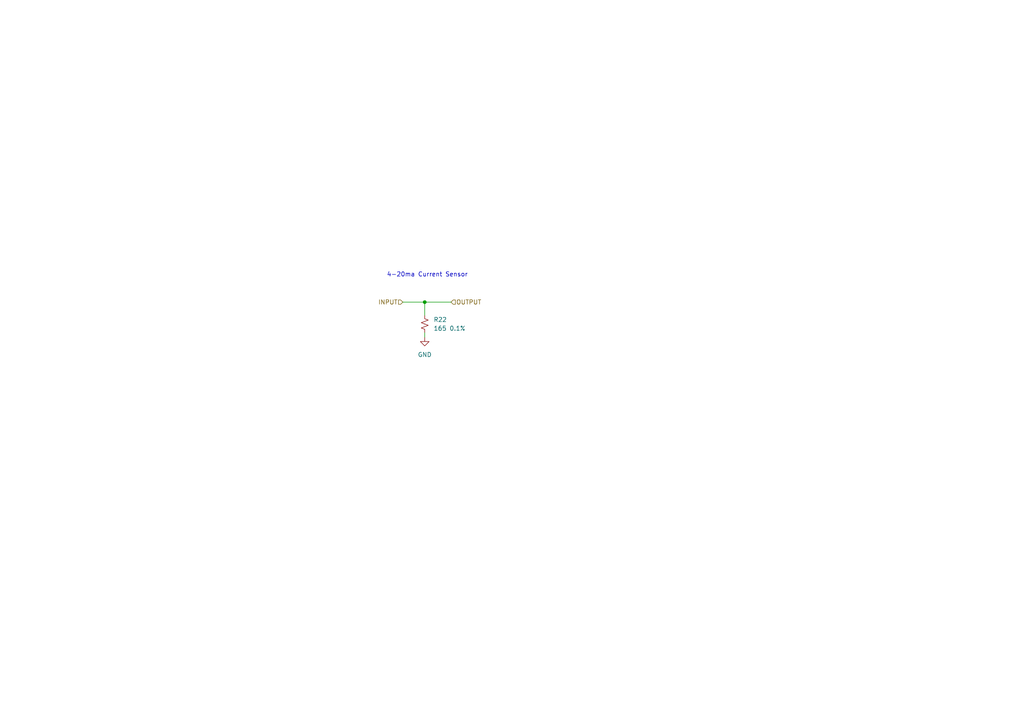
<source format=kicad_sch>
(kicad_sch (version 20231120) (generator "eeschema") (generator_version "8.0")
  (paper "A4")
  (lib_symbols
    (symbol "Device:R_Small_US" (pin_numbers hide) (pin_names (offset 0.254) hide)
      (property "Reference" "R" (at 0.762 0.508 0))
      (property "Value" "R_Small_US" (at 0.762 -1.016 0))
      (symbol "R_Small_US_1_1"
        (polyline (pts (xy 0 0) (xy 1.016 -0.381) (xy 0 -0.762) (xy -1.016 -1.143) (xy 0 -1.524)))
        (polyline (pts (xy 0 1.524) (xy 1.016 1.143) (xy 0 0.762) (xy -1.016 0.381) (xy 0 0)))
        (pin passive line (at 0 2.54 270) (length 1.016) (name "~") (number "1"))
        (pin passive line (at 0 -2.54 90) (length 1.016) (name "~") (number "2"))
      )
    )
    (symbol "power:GND" (power) (pin_numbers hide) (pin_names (offset 0) hide)
      (property "Value" "GND" (at 0 -3.81 0))
      (symbol "GND_0_1"
        (polyline (pts (xy 0 0) (xy 0 -1.27) (xy 1.27 -1.27) (xy 0 -2.54) (xy -1.27 -1.27) (xy 0 -1.27)))
      )
      (symbol "GND_1_1"
        (pin power_in line (at 0 0 270) (length 0) (name "~") (number "1"))
      )
    )
  )
  (junction (at 123.19 87.63))
  (wire (pts (xy 123.19 87.63) (xy 130.81 87.63)))
  (wire (pts (xy 123.19 96.52) (xy 123.19 97.79)))
  (wire (pts (xy 116.84 87.63) (xy 123.19 87.63)))
  (wire (pts (xy 123.19 87.63) (xy 123.19 91.44)))
  (text "4-20ma Current Sensor" (at 123.952 79.756 0) (effects (font (size 1.27 1.27))))
  (hierarchical_label "INPUT" (shape input) (at 116.84 87.63 180))
  (hierarchical_label "OUTPUT" (shape input) (at 130.81 87.63 0))
  (symbol (lib_id "Device:R_Small_US") (at 123.19 93.98 180) (unit 1)
    (property "Reference" "R22" (at 125.73 92.71 0) (effects (justify right)))
    (property "Value" "165 0.1%" (at 125.73 95.25 0) (effects (justify right)))
    (property "Footprint" "Resistor_SMD:R_1206_3216Metric_Pad1.30x1.75mm_HandSolder" (effects (hide yes)))
    (instances (project "sendit" (path "" (reference "R22") (unit 1)) (path "" (reference "R18") (unit 1)) (path "" (reference "R42") (unit 1)) (path "" (reference "R13") (unit 1)) (path "" (reference "R48") (unit 1)) (path "" (reference "R8") (unit 1)) (path "" (reference "R30") (unit 1)) (path "" (reference "R36") (unit 1))))
  )
  (symbol (lib_id "power:GND") (at 123.19 97.79 0) (unit 1)
    (property "Reference" "#PWR048" (effects (hide yes)))
    (property "Value" "GND" (at 123.19 102.87 0))
    (property "Description" "Power symbol creates a global label with name \"GND\" , ground" (effects (hide yes)))
    (instances (project "sendit" (path "" (reference "#PWR048") (unit 1)) (path "" (reference "#PWR038") (unit 1)) (path "" (reference "#PWR082") (unit 1)) (path "" (reference "#PWR033") (unit 1)) (path "" (reference "#PWR093") (unit 1)) (path "" (reference "#PWR019") (unit 1)) (path "" (reference "#PWR060") (unit 1)) (path "" (reference "#PWR071") (unit 1))))
  )
)
</source>
